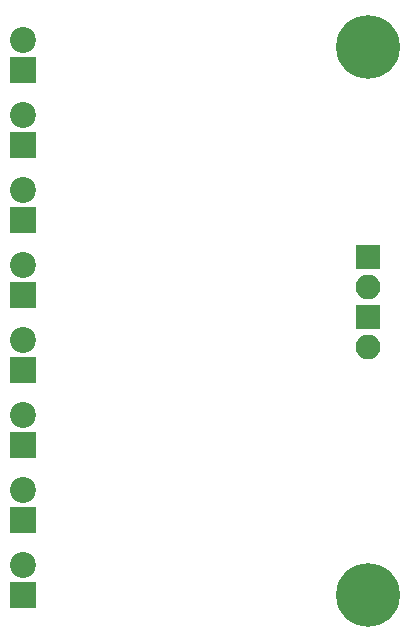
<source format=gbs>
G04 #@! TF.GenerationSoftware,KiCad,Pcbnew,(6.0.0-rc1-dev)*
G04 #@! TF.CreationDate,2018-08-10T23:28:26+02:00*
G04 #@! TF.ProjectId,sender,73656E6465722E6B696361645F706362,rev?*
G04 #@! TF.SameCoordinates,PX6ed25c8PY45a45e8*
G04 #@! TF.FileFunction,Soldermask,Bot*
G04 #@! TF.FilePolarity,Negative*
%FSLAX46Y46*%
G04 Gerber Fmt 4.6, Leading zero omitted, Abs format (unit mm)*
G04 Created by KiCad (PCBNEW (6.0.0-rc1-dev)) date Fri Aug 10 23:28:26 2018*
%MOMM*%
%LPD*%
G01*
G04 APERTURE LIST*
%ADD10C,5.400000*%
%ADD11O,2.100000X2.100000*%
%ADD12R,2.100000X2.100000*%
%ADD13C,2.200000*%
%ADD14R,2.200000X2.200000*%
G04 APERTURE END LIST*
D10*
G04 #@! TO.C,REF\002A\002A*
X32385000Y-50165000D03*
G04 #@! TD*
D11*
G04 #@! TO.C,J2*
X32385000Y-29210000D03*
D12*
X32385000Y-26670000D03*
G04 #@! TD*
G04 #@! TO.C,J1*
X32385000Y-21590000D03*
D11*
X32385000Y-24130000D03*
G04 #@! TD*
D13*
G04 #@! TO.C,D9*
X3175000Y-47625000D03*
D14*
X3175000Y-50165000D03*
G04 #@! TD*
G04 #@! TO.C,D7*
X3175000Y-37465000D03*
D13*
X3175000Y-34925000D03*
G04 #@! TD*
G04 #@! TO.C,D6*
X3175000Y-15875000D03*
D14*
X3175000Y-18415000D03*
G04 #@! TD*
G04 #@! TO.C,D5*
X3175000Y-31115000D03*
D13*
X3175000Y-28575000D03*
G04 #@! TD*
G04 #@! TO.C,D4*
X3175000Y-22225000D03*
D14*
X3175000Y-24765000D03*
G04 #@! TD*
G04 #@! TO.C,D3*
X3175000Y-12065000D03*
D13*
X3175000Y-9525000D03*
G04 #@! TD*
G04 #@! TO.C,D2*
X3175000Y-3175000D03*
D14*
X3175000Y-5715000D03*
G04 #@! TD*
G04 #@! TO.C,D8*
X3175000Y-43815000D03*
D13*
X3175000Y-41275000D03*
G04 #@! TD*
D10*
G04 #@! TO.C,REF\002A\002A*
X32385000Y-3810000D03*
G04 #@! TD*
M02*

</source>
